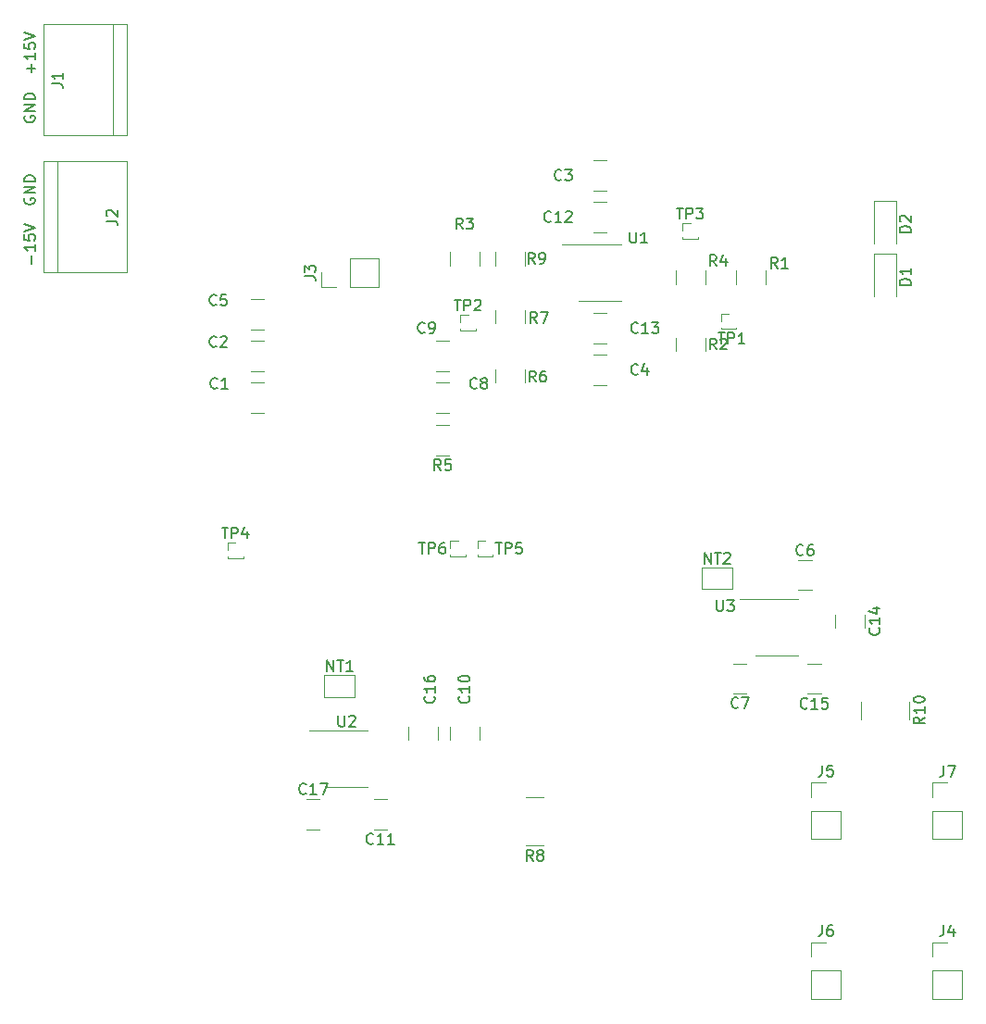
<source format=gto>
%TF.GenerationSoftware,KiCad,Pcbnew,(5.1.6)-1*%
%TF.CreationDate,2021-04-21T19:08:55-07:00*%
%TF.ProjectId,oscillator,6f736369-6c6c-4617-946f-722e6b696361,rev?*%
%TF.SameCoordinates,Original*%
%TF.FileFunction,Legend,Top*%
%TF.FilePolarity,Positive*%
%FSLAX46Y46*%
G04 Gerber Fmt 4.6, Leading zero omitted, Abs format (unit mm)*
G04 Created by KiCad (PCBNEW (5.1.6)-1) date 2021-04-21 19:08:55*
%MOMM*%
%LPD*%
G01*
G04 APERTURE LIST*
%ADD10C,0.150000*%
%ADD11C,0.120000*%
G04 APERTURE END LIST*
D10*
X2571428Y75738095D02*
X2571428Y76500000D01*
X2952380Y77500000D02*
X2952380Y76928571D01*
X2952380Y77214285D02*
X1952380Y77214285D01*
X2095238Y77119047D01*
X2190476Y77023809D01*
X2238095Y76928571D01*
X1952380Y78404761D02*
X1952380Y77928571D01*
X2428571Y77880952D01*
X2380952Y77928571D01*
X2333333Y78023809D01*
X2333333Y78261904D01*
X2380952Y78357142D01*
X2428571Y78404761D01*
X2523809Y78452380D01*
X2761904Y78452380D01*
X2857142Y78404761D01*
X2904761Y78357142D01*
X2952380Y78261904D01*
X2952380Y78023809D01*
X2904761Y77928571D01*
X2857142Y77880952D01*
X1952380Y78738095D02*
X2952380Y79071428D01*
X1952380Y79404761D01*
X2000000Y81738095D02*
X1952380Y81642857D01*
X1952380Y81500000D01*
X2000000Y81357142D01*
X2095238Y81261904D01*
X2190476Y81214285D01*
X2380952Y81166666D01*
X2523809Y81166666D01*
X2714285Y81214285D01*
X2809523Y81261904D01*
X2904761Y81357142D01*
X2952380Y81500000D01*
X2952380Y81595238D01*
X2904761Y81738095D01*
X2857142Y81785714D01*
X2523809Y81785714D01*
X2523809Y81595238D01*
X2952380Y82214285D02*
X1952380Y82214285D01*
X2952380Y82785714D01*
X1952380Y82785714D01*
X2952380Y83261904D02*
X1952380Y83261904D01*
X1952380Y83500000D01*
X2000000Y83642857D01*
X2095238Y83738095D01*
X2190476Y83785714D01*
X2380952Y83833333D01*
X2523809Y83833333D01*
X2714285Y83785714D01*
X2809523Y83738095D01*
X2904761Y83642857D01*
X2952380Y83500000D01*
X2952380Y83261904D01*
X2571428Y93238095D02*
X2571428Y94000000D01*
X2952380Y93619047D02*
X2190476Y93619047D01*
X2952380Y95000000D02*
X2952380Y94428571D01*
X2952380Y94714285D02*
X1952380Y94714285D01*
X2095238Y94619047D01*
X2190476Y94523809D01*
X2238095Y94428571D01*
X1952380Y95904761D02*
X1952380Y95428571D01*
X2428571Y95380952D01*
X2380952Y95428571D01*
X2333333Y95523809D01*
X2333333Y95761904D01*
X2380952Y95857142D01*
X2428571Y95904761D01*
X2523809Y95952380D01*
X2761904Y95952380D01*
X2857142Y95904761D01*
X2904761Y95857142D01*
X2952380Y95761904D01*
X2952380Y95523809D01*
X2904761Y95428571D01*
X2857142Y95380952D01*
X1952380Y96238095D02*
X2952380Y96571428D01*
X1952380Y96904761D01*
X2000000Y89238095D02*
X1952380Y89142857D01*
X1952380Y89000000D01*
X2000000Y88857142D01*
X2095238Y88761904D01*
X2190476Y88714285D01*
X2380952Y88666666D01*
X2523809Y88666666D01*
X2714285Y88714285D01*
X2809523Y88761904D01*
X2904761Y88857142D01*
X2952380Y89000000D01*
X2952380Y89095238D01*
X2904761Y89238095D01*
X2857142Y89285714D01*
X2523809Y89285714D01*
X2523809Y89095238D01*
X2952380Y89714285D02*
X1952380Y89714285D01*
X2952380Y90285714D01*
X1952380Y90285714D01*
X2952380Y90761904D02*
X1952380Y90761904D01*
X1952380Y91000000D01*
X2000000Y91142857D01*
X2095238Y91238095D01*
X2190476Y91285714D01*
X2380952Y91333333D01*
X2523809Y91333333D01*
X2714285Y91285714D01*
X2809523Y91238095D01*
X2904761Y91142857D01*
X2952380Y91000000D01*
X2952380Y90761904D01*
D11*
%TO.C,C1*%
X22675436Y64860000D02*
X23879564Y64860000D01*
X22675436Y62140000D02*
X23879564Y62140000D01*
%TO.C,C2*%
X22675436Y65950000D02*
X23879564Y65950000D01*
X22675436Y68670000D02*
X23879564Y68670000D01*
%TO.C,C3*%
X55212064Y82460000D02*
X54007936Y82460000D01*
X55212064Y85180000D02*
X54007936Y85180000D01*
%TO.C,C4*%
X55212064Y64680000D02*
X54007936Y64680000D01*
X55212064Y67400000D02*
X54007936Y67400000D01*
%TO.C,C5*%
X22675436Y72480000D02*
X23879564Y72480000D01*
X22675436Y69760000D02*
X23879564Y69760000D01*
%TO.C,C6*%
X73944564Y48667500D02*
X72740436Y48667500D01*
X73944564Y45947500D02*
X72740436Y45947500D01*
%TO.C,C7*%
X66807936Y36422500D02*
X68012064Y36422500D01*
X66807936Y39142500D02*
X68012064Y39142500D01*
%TO.C,C8*%
X40824564Y64860000D02*
X39620436Y64860000D01*
X40824564Y62140000D02*
X39620436Y62140000D01*
%TO.C,C9*%
X40824564Y65950000D02*
X39620436Y65950000D01*
X40824564Y68670000D02*
X39620436Y68670000D01*
%TO.C,C10*%
X40867500Y32200436D02*
X40867500Y33404564D01*
X43587500Y32200436D02*
X43587500Y33404564D01*
%TO.C,C11*%
X35109564Y24040000D02*
X33905436Y24040000D01*
X35109564Y26760000D02*
X33905436Y26760000D01*
%TO.C,C12*%
X55212064Y78650000D02*
X54007936Y78650000D01*
X55212064Y81370000D02*
X54007936Y81370000D01*
%TO.C,C13*%
X55212064Y68490000D02*
X54007936Y68490000D01*
X55212064Y71210000D02*
X54007936Y71210000D01*
%TO.C,C14*%
X76110000Y43682064D02*
X76110000Y42477936D01*
X78830000Y43682064D02*
X78830000Y42477936D01*
%TO.C,C15*%
X74797064Y39142500D02*
X73592936Y39142500D01*
X74797064Y36422500D02*
X73592936Y36422500D01*
%TO.C,C16*%
X39777500Y32200436D02*
X39777500Y33404564D01*
X37057500Y32200436D02*
X37057500Y33404564D01*
%TO.C,C17*%
X27755436Y24040000D02*
X28959564Y24040000D01*
X27755436Y26760000D02*
X28959564Y26760000D01*
%TO.C,D1*%
X81645000Y76622000D02*
X81645000Y72772000D01*
X79645000Y76622000D02*
X79645000Y72772000D01*
X81645000Y76622000D02*
X79645000Y76622000D01*
%TO.C,D2*%
X81645000Y81448000D02*
X79645000Y81448000D01*
X79645000Y81448000D02*
X79645000Y77598000D01*
X81645000Y81448000D02*
X81645000Y77598000D01*
%TO.C,J1*%
X11310000Y87460000D02*
X11310000Y97620000D01*
X3690000Y87460000D02*
X11310000Y87460000D01*
X3690000Y97620000D02*
X3690000Y87460000D01*
X11310000Y97620000D02*
X3690000Y97620000D01*
X10040000Y97620000D02*
X10040000Y87460000D01*
%TO.C,J2*%
X4960000Y74960000D02*
X4960000Y85120000D01*
X3690000Y74960000D02*
X11310000Y74960000D01*
X11310000Y74960000D02*
X11310000Y85120000D01*
X11310000Y85120000D02*
X3690000Y85120000D01*
X3690000Y85120000D02*
X3690000Y74960000D01*
%TO.C,J3*%
X29150000Y73600000D02*
X29150000Y74930000D01*
X30480000Y73600000D02*
X29150000Y73600000D01*
X31750000Y73600000D02*
X31750000Y76260000D01*
X31750000Y76260000D02*
X34350000Y76260000D01*
X31750000Y73600000D02*
X34350000Y73600000D01*
X34350000Y73600000D02*
X34350000Y76260000D01*
%TO.C,J4*%
X85030000Y8512500D02*
X87690000Y8512500D01*
X85030000Y11112500D02*
X85030000Y8512500D01*
X87690000Y11112500D02*
X87690000Y8512500D01*
X85030000Y11112500D02*
X87690000Y11112500D01*
X85030000Y12382500D02*
X85030000Y13712500D01*
X85030000Y13712500D02*
X86360000Y13712500D01*
%TO.C,J5*%
X73917500Y28317500D02*
X75247500Y28317500D01*
X73917500Y26987500D02*
X73917500Y28317500D01*
X73917500Y25717500D02*
X76577500Y25717500D01*
X76577500Y25717500D02*
X76577500Y23117500D01*
X73917500Y25717500D02*
X73917500Y23117500D01*
X73917500Y23117500D02*
X76577500Y23117500D01*
%TO.C,J6*%
X73917500Y8512500D02*
X76577500Y8512500D01*
X73917500Y11112500D02*
X73917500Y8512500D01*
X76577500Y11112500D02*
X76577500Y8512500D01*
X73917500Y11112500D02*
X76577500Y11112500D01*
X73917500Y12382500D02*
X73917500Y13712500D01*
X73917500Y13712500D02*
X75247500Y13712500D01*
%TO.C,J7*%
X85030000Y23117500D02*
X87690000Y23117500D01*
X85030000Y25717500D02*
X85030000Y23117500D01*
X87690000Y25717500D02*
X87690000Y23117500D01*
X85030000Y25717500D02*
X87690000Y25717500D01*
X85030000Y26987500D02*
X85030000Y28317500D01*
X85030000Y28317500D02*
X86360000Y28317500D01*
%TO.C,R1*%
X69760000Y73910436D02*
X69760000Y75114564D01*
X67040000Y73910436D02*
X67040000Y75114564D01*
%TO.C,R2*%
X64225000Y68964564D02*
X64225000Y67760436D01*
X61505000Y68964564D02*
X61505000Y67760436D01*
%TO.C,R3*%
X43560000Y75597936D02*
X43560000Y76802064D01*
X40840000Y75597936D02*
X40840000Y76802064D01*
%TO.C,R4*%
X61505000Y75114564D02*
X61505000Y73910436D01*
X64225000Y75114564D02*
X64225000Y73910436D01*
%TO.C,R5*%
X40814564Y58240000D02*
X39610436Y58240000D01*
X40814564Y60960000D02*
X39610436Y60960000D01*
%TO.C,R6*%
X47715000Y66107064D02*
X47715000Y64902936D01*
X44995000Y66107064D02*
X44995000Y64902936D01*
%TO.C,R7*%
X44995000Y71504564D02*
X44995000Y70300436D01*
X47715000Y71504564D02*
X47715000Y70300436D01*
%TO.C,R8*%
X49434869Y26975000D02*
X47840131Y26975000D01*
X49434869Y22555000D02*
X47840131Y22555000D01*
%TO.C,R9*%
X47715000Y76802064D02*
X47715000Y75597936D01*
X44995000Y76802064D02*
X44995000Y75597936D01*
%TO.C,R10*%
X78435000Y34067631D02*
X78435000Y35662369D01*
X82855000Y34067631D02*
X82855000Y35662369D01*
%TO.C,U1*%
X54610000Y72370000D02*
X56560000Y72370000D01*
X54610000Y72370000D02*
X52660000Y72370000D01*
X54610000Y77490000D02*
X56560000Y77490000D01*
X54610000Y77490000D02*
X51160000Y77490000D01*
%TO.C,U2*%
X31432500Y33040000D02*
X27982500Y33040000D01*
X31432500Y33040000D02*
X33382500Y33040000D01*
X31432500Y27920000D02*
X29482500Y27920000D01*
X31432500Y27920000D02*
X33382500Y27920000D01*
%TO.C,U3*%
X70800000Y39940000D02*
X72750000Y39940000D01*
X70800000Y39940000D02*
X68850000Y39940000D01*
X70800000Y45060000D02*
X72750000Y45060000D01*
X70800000Y45060000D02*
X67350000Y45060000D01*
%TO.C,NT1*%
X29397500Y36147500D02*
X29397500Y38147500D01*
X32197500Y36147500D02*
X29397500Y36147500D01*
X32197500Y38147500D02*
X32197500Y36147500D01*
X29397500Y38147500D02*
X32197500Y38147500D01*
%TO.C,NT2*%
X63915000Y47990000D02*
X66715000Y47990000D01*
X66715000Y47990000D02*
X66715000Y45990000D01*
X66715000Y45990000D02*
X63915000Y45990000D01*
X63915000Y45990000D02*
X63915000Y47990000D01*
%TO.C,TP1*%
X65662500Y69800000D02*
X67052500Y69800000D01*
X65662500Y69800000D02*
X65662500Y69925000D01*
X67052500Y69800000D02*
X67052500Y69925000D01*
X65662500Y69800000D02*
X65749224Y69800000D01*
X66965776Y69800000D02*
X67052500Y69800000D01*
X65662500Y70485000D02*
X65662500Y71170000D01*
X65662500Y71170000D02*
X66357500Y71170000D01*
%TO.C,TP2*%
X41850000Y71043000D02*
X42545000Y71043000D01*
X41850000Y70358000D02*
X41850000Y71043000D01*
X43153276Y69673000D02*
X43240000Y69673000D01*
X41850000Y69673000D02*
X41936724Y69673000D01*
X43240000Y69673000D02*
X43240000Y69798000D01*
X41850000Y69673000D02*
X41850000Y69798000D01*
X41850000Y69673000D02*
X43240000Y69673000D01*
%TO.C,TP3*%
X62170000Y79425000D02*
X62865000Y79425000D01*
X62170000Y78740000D02*
X62170000Y79425000D01*
X63473276Y78055000D02*
X63560000Y78055000D01*
X62170000Y78055000D02*
X62256724Y78055000D01*
X63560000Y78055000D02*
X63560000Y78180000D01*
X62170000Y78055000D02*
X62170000Y78180000D01*
X62170000Y78055000D02*
X63560000Y78055000D01*
%TO.C,TP4*%
X20577500Y48845000D02*
X21967500Y48845000D01*
X20577500Y48845000D02*
X20577500Y48970000D01*
X21967500Y48845000D02*
X21967500Y48970000D01*
X20577500Y48845000D02*
X20664224Y48845000D01*
X21880776Y48845000D02*
X21967500Y48845000D01*
X20577500Y49530000D02*
X20577500Y50215000D01*
X20577500Y50215000D02*
X21272500Y50215000D01*
%TO.C,TP5*%
X43405000Y49015000D02*
X44795000Y49015000D01*
X43405000Y49015000D02*
X43405000Y49140000D01*
X44795000Y49015000D02*
X44795000Y49140000D01*
X43405000Y49015000D02*
X43491724Y49015000D01*
X44708276Y49015000D02*
X44795000Y49015000D01*
X43405000Y49700000D02*
X43405000Y50385000D01*
X43405000Y50385000D02*
X44100000Y50385000D01*
%TO.C,TP6*%
X40905000Y50385000D02*
X41600000Y50385000D01*
X40905000Y49700000D02*
X40905000Y50385000D01*
X42208276Y49015000D02*
X42295000Y49015000D01*
X40905000Y49015000D02*
X40991724Y49015000D01*
X42295000Y49015000D02*
X42295000Y49140000D01*
X40905000Y49015000D02*
X40905000Y49140000D01*
X40905000Y49015000D02*
X42295000Y49015000D01*
%TO.C,C1*%
D10*
X19598333Y64412857D02*
X19550714Y64365238D01*
X19407857Y64317619D01*
X19312619Y64317619D01*
X19169761Y64365238D01*
X19074523Y64460476D01*
X19026904Y64555714D01*
X18979285Y64746190D01*
X18979285Y64889047D01*
X19026904Y65079523D01*
X19074523Y65174761D01*
X19169761Y65270000D01*
X19312619Y65317619D01*
X19407857Y65317619D01*
X19550714Y65270000D01*
X19598333Y65222380D01*
X20550714Y64317619D02*
X19979285Y64317619D01*
X20265000Y64317619D02*
X20265000Y65317619D01*
X20169761Y65174761D01*
X20074523Y65079523D01*
X19979285Y65031904D01*
%TO.C,C2*%
X19518333Y68222857D02*
X19470714Y68175238D01*
X19327857Y68127619D01*
X19232619Y68127619D01*
X19089761Y68175238D01*
X18994523Y68270476D01*
X18946904Y68365714D01*
X18899285Y68556190D01*
X18899285Y68699047D01*
X18946904Y68889523D01*
X18994523Y68984761D01*
X19089761Y69080000D01*
X19232619Y69127619D01*
X19327857Y69127619D01*
X19470714Y69080000D01*
X19518333Y69032380D01*
X19899285Y69032380D02*
X19946904Y69080000D01*
X20042142Y69127619D01*
X20280238Y69127619D01*
X20375476Y69080000D01*
X20423095Y69032380D01*
X20470714Y68937142D01*
X20470714Y68841904D01*
X20423095Y68699047D01*
X19851666Y68127619D01*
X20470714Y68127619D01*
%TO.C,C3*%
X51072023Y83462857D02*
X51024404Y83415238D01*
X50881547Y83367619D01*
X50786309Y83367619D01*
X50643452Y83415238D01*
X50548214Y83510476D01*
X50500595Y83605714D01*
X50452976Y83796190D01*
X50452976Y83939047D01*
X50500595Y84129523D01*
X50548214Y84224761D01*
X50643452Y84320000D01*
X50786309Y84367619D01*
X50881547Y84367619D01*
X51024404Y84320000D01*
X51072023Y84272380D01*
X51405357Y84367619D02*
X52024404Y84367619D01*
X51691071Y83986666D01*
X51833928Y83986666D01*
X51929166Y83939047D01*
X51976785Y83891428D01*
X52024404Y83796190D01*
X52024404Y83558095D01*
X51976785Y83462857D01*
X51929166Y83415238D01*
X51833928Y83367619D01*
X51548214Y83367619D01*
X51452976Y83415238D01*
X51405357Y83462857D01*
%TO.C,C4*%
X58057023Y65682857D02*
X58009404Y65635238D01*
X57866547Y65587619D01*
X57771309Y65587619D01*
X57628452Y65635238D01*
X57533214Y65730476D01*
X57485595Y65825714D01*
X57437976Y66016190D01*
X57437976Y66159047D01*
X57485595Y66349523D01*
X57533214Y66444761D01*
X57628452Y66540000D01*
X57771309Y66587619D01*
X57866547Y66587619D01*
X58009404Y66540000D01*
X58057023Y66492380D01*
X58914166Y66254285D02*
X58914166Y65587619D01*
X58676071Y66635238D02*
X58437976Y65920952D01*
X59057023Y65920952D01*
%TO.C,C5*%
X19518333Y72032857D02*
X19470714Y71985238D01*
X19327857Y71937619D01*
X19232619Y71937619D01*
X19089761Y71985238D01*
X18994523Y72080476D01*
X18946904Y72175714D01*
X18899285Y72366190D01*
X18899285Y72509047D01*
X18946904Y72699523D01*
X18994523Y72794761D01*
X19089761Y72890000D01*
X19232619Y72937619D01*
X19327857Y72937619D01*
X19470714Y72890000D01*
X19518333Y72842380D01*
X20423095Y72937619D02*
X19946904Y72937619D01*
X19899285Y72461428D01*
X19946904Y72509047D01*
X20042142Y72556666D01*
X20280238Y72556666D01*
X20375476Y72509047D01*
X20423095Y72461428D01*
X20470714Y72366190D01*
X20470714Y72128095D01*
X20423095Y72032857D01*
X20375476Y71985238D01*
X20280238Y71937619D01*
X20042142Y71937619D01*
X19946904Y71985238D01*
X19899285Y72032857D01*
%TO.C,C6*%
X73175833Y49172857D02*
X73128214Y49125238D01*
X72985357Y49077619D01*
X72890119Y49077619D01*
X72747261Y49125238D01*
X72652023Y49220476D01*
X72604404Y49315714D01*
X72556785Y49506190D01*
X72556785Y49649047D01*
X72604404Y49839523D01*
X72652023Y49934761D01*
X72747261Y50030000D01*
X72890119Y50077619D01*
X72985357Y50077619D01*
X73128214Y50030000D01*
X73175833Y49982380D01*
X74032976Y50077619D02*
X73842500Y50077619D01*
X73747261Y50030000D01*
X73699642Y49982380D01*
X73604404Y49839523D01*
X73556785Y49649047D01*
X73556785Y49268095D01*
X73604404Y49172857D01*
X73652023Y49125238D01*
X73747261Y49077619D01*
X73937738Y49077619D01*
X74032976Y49125238D01*
X74080595Y49172857D01*
X74128214Y49268095D01*
X74128214Y49506190D01*
X74080595Y49601428D01*
X74032976Y49649047D01*
X73937738Y49696666D01*
X73747261Y49696666D01*
X73652023Y49649047D01*
X73604404Y49601428D01*
X73556785Y49506190D01*
%TO.C,C7*%
X67243333Y35202857D02*
X67195714Y35155238D01*
X67052857Y35107619D01*
X66957619Y35107619D01*
X66814761Y35155238D01*
X66719523Y35250476D01*
X66671904Y35345714D01*
X66624285Y35536190D01*
X66624285Y35679047D01*
X66671904Y35869523D01*
X66719523Y35964761D01*
X66814761Y36060000D01*
X66957619Y36107619D01*
X67052857Y36107619D01*
X67195714Y36060000D01*
X67243333Y36012380D01*
X67576666Y36107619D02*
X68243333Y36107619D01*
X67814761Y35107619D01*
%TO.C,C8*%
X43330833Y64412857D02*
X43283214Y64365238D01*
X43140357Y64317619D01*
X43045119Y64317619D01*
X42902261Y64365238D01*
X42807023Y64460476D01*
X42759404Y64555714D01*
X42711785Y64746190D01*
X42711785Y64889047D01*
X42759404Y65079523D01*
X42807023Y65174761D01*
X42902261Y65270000D01*
X43045119Y65317619D01*
X43140357Y65317619D01*
X43283214Y65270000D01*
X43330833Y65222380D01*
X43902261Y64889047D02*
X43807023Y64936666D01*
X43759404Y64984285D01*
X43711785Y65079523D01*
X43711785Y65127142D01*
X43759404Y65222380D01*
X43807023Y65270000D01*
X43902261Y65317619D01*
X44092738Y65317619D01*
X44187976Y65270000D01*
X44235595Y65222380D01*
X44283214Y65127142D01*
X44283214Y65079523D01*
X44235595Y64984285D01*
X44187976Y64936666D01*
X44092738Y64889047D01*
X43902261Y64889047D01*
X43807023Y64841428D01*
X43759404Y64793809D01*
X43711785Y64698571D01*
X43711785Y64508095D01*
X43759404Y64412857D01*
X43807023Y64365238D01*
X43902261Y64317619D01*
X44092738Y64317619D01*
X44187976Y64365238D01*
X44235595Y64412857D01*
X44283214Y64508095D01*
X44283214Y64698571D01*
X44235595Y64793809D01*
X44187976Y64841428D01*
X44092738Y64889047D01*
%TO.C,C9*%
X38568333Y69492857D02*
X38520714Y69445238D01*
X38377857Y69397619D01*
X38282619Y69397619D01*
X38139761Y69445238D01*
X38044523Y69540476D01*
X37996904Y69635714D01*
X37949285Y69826190D01*
X37949285Y69969047D01*
X37996904Y70159523D01*
X38044523Y70254761D01*
X38139761Y70350000D01*
X38282619Y70397619D01*
X38377857Y70397619D01*
X38520714Y70350000D01*
X38568333Y70302380D01*
X39044523Y69397619D02*
X39235000Y69397619D01*
X39330238Y69445238D01*
X39377857Y69492857D01*
X39473095Y69635714D01*
X39520714Y69826190D01*
X39520714Y70207142D01*
X39473095Y70302380D01*
X39425476Y70350000D01*
X39330238Y70397619D01*
X39139761Y70397619D01*
X39044523Y70350000D01*
X38996904Y70302380D01*
X38949285Y70207142D01*
X38949285Y69969047D01*
X38996904Y69873809D01*
X39044523Y69826190D01*
X39139761Y69778571D01*
X39330238Y69778571D01*
X39425476Y69826190D01*
X39473095Y69873809D01*
X39520714Y69969047D01*
%TO.C,C10*%
X42584642Y36187142D02*
X42632261Y36139523D01*
X42679880Y35996666D01*
X42679880Y35901428D01*
X42632261Y35758571D01*
X42537023Y35663333D01*
X42441785Y35615714D01*
X42251309Y35568095D01*
X42108452Y35568095D01*
X41917976Y35615714D01*
X41822738Y35663333D01*
X41727500Y35758571D01*
X41679880Y35901428D01*
X41679880Y35996666D01*
X41727500Y36139523D01*
X41775119Y36187142D01*
X42679880Y37139523D02*
X42679880Y36568095D01*
X42679880Y36853809D02*
X41679880Y36853809D01*
X41822738Y36758571D01*
X41917976Y36663333D01*
X41965595Y36568095D01*
X41679880Y37758571D02*
X41679880Y37853809D01*
X41727500Y37949047D01*
X41775119Y37996666D01*
X41870357Y38044285D01*
X42060833Y38091904D01*
X42298928Y38091904D01*
X42489404Y38044285D01*
X42584642Y37996666D01*
X42632261Y37949047D01*
X42679880Y37853809D01*
X42679880Y37758571D01*
X42632261Y37663333D01*
X42584642Y37615714D01*
X42489404Y37568095D01*
X42298928Y37520476D01*
X42060833Y37520476D01*
X41870357Y37568095D01*
X41775119Y37615714D01*
X41727500Y37663333D01*
X41679880Y37758571D01*
%TO.C,C11*%
X33864642Y22762857D02*
X33817023Y22715238D01*
X33674166Y22667619D01*
X33578928Y22667619D01*
X33436071Y22715238D01*
X33340833Y22810476D01*
X33293214Y22905714D01*
X33245595Y23096190D01*
X33245595Y23239047D01*
X33293214Y23429523D01*
X33340833Y23524761D01*
X33436071Y23620000D01*
X33578928Y23667619D01*
X33674166Y23667619D01*
X33817023Y23620000D01*
X33864642Y23572380D01*
X34817023Y22667619D02*
X34245595Y22667619D01*
X34531309Y22667619D02*
X34531309Y23667619D01*
X34436071Y23524761D01*
X34340833Y23429523D01*
X34245595Y23381904D01*
X35769404Y22667619D02*
X35197976Y22667619D01*
X35483690Y22667619D02*
X35483690Y23667619D01*
X35388452Y23524761D01*
X35293214Y23429523D01*
X35197976Y23381904D01*
%TO.C,C12*%
X50119523Y79652857D02*
X50071904Y79605238D01*
X49929047Y79557619D01*
X49833809Y79557619D01*
X49690952Y79605238D01*
X49595714Y79700476D01*
X49548095Y79795714D01*
X49500476Y79986190D01*
X49500476Y80129047D01*
X49548095Y80319523D01*
X49595714Y80414761D01*
X49690952Y80510000D01*
X49833809Y80557619D01*
X49929047Y80557619D01*
X50071904Y80510000D01*
X50119523Y80462380D01*
X51071904Y79557619D02*
X50500476Y79557619D01*
X50786190Y79557619D02*
X50786190Y80557619D01*
X50690952Y80414761D01*
X50595714Y80319523D01*
X50500476Y80271904D01*
X51452857Y80462380D02*
X51500476Y80510000D01*
X51595714Y80557619D01*
X51833809Y80557619D01*
X51929047Y80510000D01*
X51976666Y80462380D01*
X52024285Y80367142D01*
X52024285Y80271904D01*
X51976666Y80129047D01*
X51405238Y79557619D01*
X52024285Y79557619D01*
%TO.C,C13*%
X58057023Y69492857D02*
X58009404Y69445238D01*
X57866547Y69397619D01*
X57771309Y69397619D01*
X57628452Y69445238D01*
X57533214Y69540476D01*
X57485595Y69635714D01*
X57437976Y69826190D01*
X57437976Y69969047D01*
X57485595Y70159523D01*
X57533214Y70254761D01*
X57628452Y70350000D01*
X57771309Y70397619D01*
X57866547Y70397619D01*
X58009404Y70350000D01*
X58057023Y70302380D01*
X59009404Y69397619D02*
X58437976Y69397619D01*
X58723690Y69397619D02*
X58723690Y70397619D01*
X58628452Y70254761D01*
X58533214Y70159523D01*
X58437976Y70111904D01*
X59342738Y70397619D02*
X59961785Y70397619D01*
X59628452Y70016666D01*
X59771309Y70016666D01*
X59866547Y69969047D01*
X59914166Y69921428D01*
X59961785Y69826190D01*
X59961785Y69588095D01*
X59914166Y69492857D01*
X59866547Y69445238D01*
X59771309Y69397619D01*
X59485595Y69397619D01*
X59390357Y69445238D01*
X59342738Y69492857D01*
%TO.C,C14*%
X80107142Y42437142D02*
X80154761Y42389523D01*
X80202380Y42246666D01*
X80202380Y42151428D01*
X80154761Y42008571D01*
X80059523Y41913333D01*
X79964285Y41865714D01*
X79773809Y41818095D01*
X79630952Y41818095D01*
X79440476Y41865714D01*
X79345238Y41913333D01*
X79250000Y42008571D01*
X79202380Y42151428D01*
X79202380Y42246666D01*
X79250000Y42389523D01*
X79297619Y42437142D01*
X80202380Y43389523D02*
X80202380Y42818095D01*
X80202380Y43103809D02*
X79202380Y43103809D01*
X79345238Y43008571D01*
X79440476Y42913333D01*
X79488095Y42818095D01*
X79535714Y44246666D02*
X80202380Y44246666D01*
X79154761Y44008571D02*
X79869047Y43770476D01*
X79869047Y44389523D01*
%TO.C,C15*%
X73552142Y35145357D02*
X73504523Y35097738D01*
X73361666Y35050119D01*
X73266428Y35050119D01*
X73123571Y35097738D01*
X73028333Y35192976D01*
X72980714Y35288214D01*
X72933095Y35478690D01*
X72933095Y35621547D01*
X72980714Y35812023D01*
X73028333Y35907261D01*
X73123571Y36002500D01*
X73266428Y36050119D01*
X73361666Y36050119D01*
X73504523Y36002500D01*
X73552142Y35954880D01*
X74504523Y35050119D02*
X73933095Y35050119D01*
X74218809Y35050119D02*
X74218809Y36050119D01*
X74123571Y35907261D01*
X74028333Y35812023D01*
X73933095Y35764404D01*
X75409285Y36050119D02*
X74933095Y36050119D01*
X74885476Y35573928D01*
X74933095Y35621547D01*
X75028333Y35669166D01*
X75266428Y35669166D01*
X75361666Y35621547D01*
X75409285Y35573928D01*
X75456904Y35478690D01*
X75456904Y35240595D01*
X75409285Y35145357D01*
X75361666Y35097738D01*
X75266428Y35050119D01*
X75028333Y35050119D01*
X74933095Y35097738D01*
X74885476Y35145357D01*
%TO.C,C16*%
X39409642Y36187142D02*
X39457261Y36139523D01*
X39504880Y35996666D01*
X39504880Y35901428D01*
X39457261Y35758571D01*
X39362023Y35663333D01*
X39266785Y35615714D01*
X39076309Y35568095D01*
X38933452Y35568095D01*
X38742976Y35615714D01*
X38647738Y35663333D01*
X38552500Y35758571D01*
X38504880Y35901428D01*
X38504880Y35996666D01*
X38552500Y36139523D01*
X38600119Y36187142D01*
X39504880Y37139523D02*
X39504880Y36568095D01*
X39504880Y36853809D02*
X38504880Y36853809D01*
X38647738Y36758571D01*
X38742976Y36663333D01*
X38790595Y36568095D01*
X38504880Y37996666D02*
X38504880Y37806190D01*
X38552500Y37710952D01*
X38600119Y37663333D01*
X38742976Y37568095D01*
X38933452Y37520476D01*
X39314404Y37520476D01*
X39409642Y37568095D01*
X39457261Y37615714D01*
X39504880Y37710952D01*
X39504880Y37901428D01*
X39457261Y37996666D01*
X39409642Y38044285D01*
X39314404Y38091904D01*
X39076309Y38091904D01*
X38981071Y38044285D01*
X38933452Y37996666D01*
X38885833Y37901428D01*
X38885833Y37710952D01*
X38933452Y37615714D01*
X38981071Y37568095D01*
X39076309Y37520476D01*
%TO.C,C17*%
X27714642Y27322857D02*
X27667023Y27275238D01*
X27524166Y27227619D01*
X27428928Y27227619D01*
X27286071Y27275238D01*
X27190833Y27370476D01*
X27143214Y27465714D01*
X27095595Y27656190D01*
X27095595Y27799047D01*
X27143214Y27989523D01*
X27190833Y28084761D01*
X27286071Y28180000D01*
X27428928Y28227619D01*
X27524166Y28227619D01*
X27667023Y28180000D01*
X27714642Y28132380D01*
X28667023Y27227619D02*
X28095595Y27227619D01*
X28381309Y27227619D02*
X28381309Y28227619D01*
X28286071Y28084761D01*
X28190833Y27989523D01*
X28095595Y27941904D01*
X29000357Y28227619D02*
X29667023Y28227619D01*
X29238452Y27227619D01*
%TO.C,D1*%
X83002380Y73810904D02*
X82002380Y73810904D01*
X82002380Y74049000D01*
X82050000Y74191857D01*
X82145238Y74287095D01*
X82240476Y74334714D01*
X82430952Y74382333D01*
X82573809Y74382333D01*
X82764285Y74334714D01*
X82859523Y74287095D01*
X82954761Y74191857D01*
X83002380Y74049000D01*
X83002380Y73810904D01*
X83002380Y75334714D02*
X83002380Y74763285D01*
X83002380Y75049000D02*
X82002380Y75049000D01*
X82145238Y74953761D01*
X82240476Y74858523D01*
X82288095Y74763285D01*
%TO.C,D2*%
X83002380Y78636904D02*
X82002380Y78636904D01*
X82002380Y78875000D01*
X82050000Y79017857D01*
X82145238Y79113095D01*
X82240476Y79160714D01*
X82430952Y79208333D01*
X82573809Y79208333D01*
X82764285Y79160714D01*
X82859523Y79113095D01*
X82954761Y79017857D01*
X83002380Y78875000D01*
X83002380Y78636904D01*
X82097619Y79589285D02*
X82050000Y79636904D01*
X82002380Y79732142D01*
X82002380Y79970238D01*
X82050000Y80065476D01*
X82097619Y80113095D01*
X82192857Y80160714D01*
X82288095Y80160714D01*
X82430952Y80113095D01*
X83002380Y79541666D01*
X83002380Y80160714D01*
%TO.C,J1*%
X4452380Y92206666D02*
X5166666Y92206666D01*
X5309523Y92159047D01*
X5404761Y92063809D01*
X5452380Y91920952D01*
X5452380Y91825714D01*
X5452380Y93206666D02*
X5452380Y92635238D01*
X5452380Y92920952D02*
X4452380Y92920952D01*
X4595238Y92825714D01*
X4690476Y92730476D01*
X4738095Y92635238D01*
%TO.C,J2*%
X9452380Y79666666D02*
X10166666Y79666666D01*
X10309523Y79619047D01*
X10404761Y79523809D01*
X10452380Y79380952D01*
X10452380Y79285714D01*
X9547619Y80095238D02*
X9500000Y80142857D01*
X9452380Y80238095D01*
X9452380Y80476190D01*
X9500000Y80571428D01*
X9547619Y80619047D01*
X9642857Y80666666D01*
X9738095Y80666666D01*
X9880952Y80619047D01*
X10452380Y80047619D01*
X10452380Y80666666D01*
%TO.C,J3*%
X27602380Y74596666D02*
X28316666Y74596666D01*
X28459523Y74549047D01*
X28554761Y74453809D01*
X28602380Y74310952D01*
X28602380Y74215714D01*
X27602380Y74977619D02*
X27602380Y75596666D01*
X27983333Y75263333D01*
X27983333Y75406190D01*
X28030952Y75501428D01*
X28078571Y75549047D01*
X28173809Y75596666D01*
X28411904Y75596666D01*
X28507142Y75549047D01*
X28554761Y75501428D01*
X28602380Y75406190D01*
X28602380Y75120476D01*
X28554761Y75025238D01*
X28507142Y74977619D01*
%TO.C,J4*%
X86026666Y15260119D02*
X86026666Y14545833D01*
X85979047Y14402976D01*
X85883809Y14307738D01*
X85740952Y14260119D01*
X85645714Y14260119D01*
X86931428Y14926785D02*
X86931428Y14260119D01*
X86693333Y15307738D02*
X86455238Y14593452D01*
X87074285Y14593452D01*
%TO.C,J5*%
X74914166Y29865119D02*
X74914166Y29150833D01*
X74866547Y29007976D01*
X74771309Y28912738D01*
X74628452Y28865119D01*
X74533214Y28865119D01*
X75866547Y29865119D02*
X75390357Y29865119D01*
X75342738Y29388928D01*
X75390357Y29436547D01*
X75485595Y29484166D01*
X75723690Y29484166D01*
X75818928Y29436547D01*
X75866547Y29388928D01*
X75914166Y29293690D01*
X75914166Y29055595D01*
X75866547Y28960357D01*
X75818928Y28912738D01*
X75723690Y28865119D01*
X75485595Y28865119D01*
X75390357Y28912738D01*
X75342738Y28960357D01*
%TO.C,J6*%
X74914166Y15260119D02*
X74914166Y14545833D01*
X74866547Y14402976D01*
X74771309Y14307738D01*
X74628452Y14260119D01*
X74533214Y14260119D01*
X75818928Y15260119D02*
X75628452Y15260119D01*
X75533214Y15212500D01*
X75485595Y15164880D01*
X75390357Y15022023D01*
X75342738Y14831547D01*
X75342738Y14450595D01*
X75390357Y14355357D01*
X75437976Y14307738D01*
X75533214Y14260119D01*
X75723690Y14260119D01*
X75818928Y14307738D01*
X75866547Y14355357D01*
X75914166Y14450595D01*
X75914166Y14688690D01*
X75866547Y14783928D01*
X75818928Y14831547D01*
X75723690Y14879166D01*
X75533214Y14879166D01*
X75437976Y14831547D01*
X75390357Y14783928D01*
X75342738Y14688690D01*
%TO.C,J7*%
X86026666Y29865119D02*
X86026666Y29150833D01*
X85979047Y29007976D01*
X85883809Y28912738D01*
X85740952Y28865119D01*
X85645714Y28865119D01*
X86407619Y29865119D02*
X87074285Y29865119D01*
X86645714Y28865119D01*
%TO.C,R1*%
X70833333Y75347619D02*
X70500000Y75823809D01*
X70261904Y75347619D02*
X70261904Y76347619D01*
X70642857Y76347619D01*
X70738095Y76300000D01*
X70785714Y76252380D01*
X70833333Y76157142D01*
X70833333Y76014285D01*
X70785714Y75919047D01*
X70738095Y75871428D01*
X70642857Y75823809D01*
X70261904Y75823809D01*
X71785714Y75347619D02*
X71214285Y75347619D01*
X71500000Y75347619D02*
X71500000Y76347619D01*
X71404761Y76204761D01*
X71309523Y76109523D01*
X71214285Y76061904D01*
%TO.C,R2*%
X65238333Y67910119D02*
X64905000Y68386309D01*
X64666904Y67910119D02*
X64666904Y68910119D01*
X65047857Y68910119D01*
X65143095Y68862500D01*
X65190714Y68814880D01*
X65238333Y68719642D01*
X65238333Y68576785D01*
X65190714Y68481547D01*
X65143095Y68433928D01*
X65047857Y68386309D01*
X64666904Y68386309D01*
X65619285Y68814880D02*
X65666904Y68862500D01*
X65762142Y68910119D01*
X66000238Y68910119D01*
X66095476Y68862500D01*
X66143095Y68814880D01*
X66190714Y68719642D01*
X66190714Y68624404D01*
X66143095Y68481547D01*
X65571666Y67910119D01*
X66190714Y67910119D01*
%TO.C,R3*%
X42033333Y78922619D02*
X41700000Y79398809D01*
X41461904Y78922619D02*
X41461904Y79922619D01*
X41842857Y79922619D01*
X41938095Y79875000D01*
X41985714Y79827380D01*
X42033333Y79732142D01*
X42033333Y79589285D01*
X41985714Y79494047D01*
X41938095Y79446428D01*
X41842857Y79398809D01*
X41461904Y79398809D01*
X42366666Y79922619D02*
X42985714Y79922619D01*
X42652380Y79541666D01*
X42795238Y79541666D01*
X42890476Y79494047D01*
X42938095Y79446428D01*
X42985714Y79351190D01*
X42985714Y79113095D01*
X42938095Y79017857D01*
X42890476Y78970238D01*
X42795238Y78922619D01*
X42509523Y78922619D01*
X42414285Y78970238D01*
X42366666Y79017857D01*
%TO.C,R4*%
X65238333Y75547619D02*
X64905000Y76023809D01*
X64666904Y75547619D02*
X64666904Y76547619D01*
X65047857Y76547619D01*
X65143095Y76500000D01*
X65190714Y76452380D01*
X65238333Y76357142D01*
X65238333Y76214285D01*
X65190714Y76119047D01*
X65143095Y76071428D01*
X65047857Y76023809D01*
X64666904Y76023809D01*
X66095476Y76214285D02*
X66095476Y75547619D01*
X65857380Y76595238D02*
X65619285Y75880952D01*
X66238333Y75880952D01*
%TO.C,R5*%
X40045833Y56867619D02*
X39712500Y57343809D01*
X39474404Y56867619D02*
X39474404Y57867619D01*
X39855357Y57867619D01*
X39950595Y57820000D01*
X39998214Y57772380D01*
X40045833Y57677142D01*
X40045833Y57534285D01*
X39998214Y57439047D01*
X39950595Y57391428D01*
X39855357Y57343809D01*
X39474404Y57343809D01*
X40950595Y57867619D02*
X40474404Y57867619D01*
X40426785Y57391428D01*
X40474404Y57439047D01*
X40569642Y57486666D01*
X40807738Y57486666D01*
X40902976Y57439047D01*
X40950595Y57391428D01*
X40998214Y57296190D01*
X40998214Y57058095D01*
X40950595Y56962857D01*
X40902976Y56915238D01*
X40807738Y56867619D01*
X40569642Y56867619D01*
X40474404Y56915238D01*
X40426785Y56962857D01*
%TO.C,R6*%
X48728333Y64952619D02*
X48395000Y65428809D01*
X48156904Y64952619D02*
X48156904Y65952619D01*
X48537857Y65952619D01*
X48633095Y65905000D01*
X48680714Y65857380D01*
X48728333Y65762142D01*
X48728333Y65619285D01*
X48680714Y65524047D01*
X48633095Y65476428D01*
X48537857Y65428809D01*
X48156904Y65428809D01*
X49585476Y65952619D02*
X49395000Y65952619D01*
X49299761Y65905000D01*
X49252142Y65857380D01*
X49156904Y65714523D01*
X49109285Y65524047D01*
X49109285Y65143095D01*
X49156904Y65047857D01*
X49204523Y65000238D01*
X49299761Y64952619D01*
X49490238Y64952619D01*
X49585476Y65000238D01*
X49633095Y65047857D01*
X49680714Y65143095D01*
X49680714Y65381190D01*
X49633095Y65476428D01*
X49585476Y65524047D01*
X49490238Y65571666D01*
X49299761Y65571666D01*
X49204523Y65524047D01*
X49156904Y65476428D01*
X49109285Y65381190D01*
%TO.C,R7*%
X48833333Y70347619D02*
X48500000Y70823809D01*
X48261904Y70347619D02*
X48261904Y71347619D01*
X48642857Y71347619D01*
X48738095Y71300000D01*
X48785714Y71252380D01*
X48833333Y71157142D01*
X48833333Y71014285D01*
X48785714Y70919047D01*
X48738095Y70871428D01*
X48642857Y70823809D01*
X48261904Y70823809D01*
X49166666Y71347619D02*
X49833333Y71347619D01*
X49404761Y70347619D01*
%TO.C,R8*%
X48470833Y21132619D02*
X48137500Y21608809D01*
X47899404Y21132619D02*
X47899404Y22132619D01*
X48280357Y22132619D01*
X48375595Y22085000D01*
X48423214Y22037380D01*
X48470833Y21942142D01*
X48470833Y21799285D01*
X48423214Y21704047D01*
X48375595Y21656428D01*
X48280357Y21608809D01*
X47899404Y21608809D01*
X49042261Y21704047D02*
X48947023Y21751666D01*
X48899404Y21799285D01*
X48851785Y21894523D01*
X48851785Y21942142D01*
X48899404Y22037380D01*
X48947023Y22085000D01*
X49042261Y22132619D01*
X49232738Y22132619D01*
X49327976Y22085000D01*
X49375595Y22037380D01*
X49423214Y21942142D01*
X49423214Y21894523D01*
X49375595Y21799285D01*
X49327976Y21751666D01*
X49232738Y21704047D01*
X49042261Y21704047D01*
X48947023Y21656428D01*
X48899404Y21608809D01*
X48851785Y21513571D01*
X48851785Y21323095D01*
X48899404Y21227857D01*
X48947023Y21180238D01*
X49042261Y21132619D01*
X49232738Y21132619D01*
X49327976Y21180238D01*
X49375595Y21227857D01*
X49423214Y21323095D01*
X49423214Y21513571D01*
X49375595Y21608809D01*
X49327976Y21656428D01*
X49232738Y21704047D01*
%TO.C,R9*%
X48633333Y75747619D02*
X48300000Y76223809D01*
X48061904Y75747619D02*
X48061904Y76747619D01*
X48442857Y76747619D01*
X48538095Y76700000D01*
X48585714Y76652380D01*
X48633333Y76557142D01*
X48633333Y76414285D01*
X48585714Y76319047D01*
X48538095Y76271428D01*
X48442857Y76223809D01*
X48061904Y76223809D01*
X49109523Y75747619D02*
X49300000Y75747619D01*
X49395238Y75795238D01*
X49442857Y75842857D01*
X49538095Y75985714D01*
X49585714Y76176190D01*
X49585714Y76557142D01*
X49538095Y76652380D01*
X49490476Y76700000D01*
X49395238Y76747619D01*
X49204761Y76747619D01*
X49109523Y76700000D01*
X49061904Y76652380D01*
X49014285Y76557142D01*
X49014285Y76319047D01*
X49061904Y76223809D01*
X49109523Y76176190D01*
X49204761Y76128571D01*
X49395238Y76128571D01*
X49490476Y76176190D01*
X49538095Y76223809D01*
X49585714Y76319047D01*
%TO.C,R10*%
X84272380Y34282142D02*
X83796190Y33948809D01*
X84272380Y33710714D02*
X83272380Y33710714D01*
X83272380Y34091666D01*
X83320000Y34186904D01*
X83367619Y34234523D01*
X83462857Y34282142D01*
X83605714Y34282142D01*
X83700952Y34234523D01*
X83748571Y34186904D01*
X83796190Y34091666D01*
X83796190Y33710714D01*
X84272380Y35234523D02*
X84272380Y34663095D01*
X84272380Y34948809D02*
X83272380Y34948809D01*
X83415238Y34853571D01*
X83510476Y34758333D01*
X83558095Y34663095D01*
X83272380Y35853571D02*
X83272380Y35948809D01*
X83320000Y36044047D01*
X83367619Y36091666D01*
X83462857Y36139285D01*
X83653333Y36186904D01*
X83891428Y36186904D01*
X84081904Y36139285D01*
X84177142Y36091666D01*
X84224761Y36044047D01*
X84272380Y35948809D01*
X84272380Y35853571D01*
X84224761Y35758333D01*
X84177142Y35710714D01*
X84081904Y35663095D01*
X83891428Y35615476D01*
X83653333Y35615476D01*
X83462857Y35663095D01*
X83367619Y35710714D01*
X83320000Y35758333D01*
X83272380Y35853571D01*
%TO.C,U1*%
X57340595Y78652619D02*
X57340595Y77843095D01*
X57388214Y77747857D01*
X57435833Y77700238D01*
X57531071Y77652619D01*
X57721547Y77652619D01*
X57816785Y77700238D01*
X57864404Y77747857D01*
X57912023Y77843095D01*
X57912023Y78652619D01*
X58912023Y77652619D02*
X58340595Y77652619D01*
X58626309Y77652619D02*
X58626309Y78652619D01*
X58531071Y78509761D01*
X58435833Y78414523D01*
X58340595Y78366904D01*
%TO.C,U2*%
X30670595Y34427619D02*
X30670595Y33618095D01*
X30718214Y33522857D01*
X30765833Y33475238D01*
X30861071Y33427619D01*
X31051547Y33427619D01*
X31146785Y33475238D01*
X31194404Y33522857D01*
X31242023Y33618095D01*
X31242023Y34427619D01*
X31670595Y34332380D02*
X31718214Y34380000D01*
X31813452Y34427619D01*
X32051547Y34427619D01*
X32146785Y34380000D01*
X32194404Y34332380D01*
X32242023Y34237142D01*
X32242023Y34141904D01*
X32194404Y33999047D01*
X31622976Y33427619D01*
X32242023Y33427619D01*
%TO.C,U3*%
X65278095Y44997619D02*
X65278095Y44188095D01*
X65325714Y44092857D01*
X65373333Y44045238D01*
X65468571Y43997619D01*
X65659047Y43997619D01*
X65754285Y44045238D01*
X65801904Y44092857D01*
X65849523Y44188095D01*
X65849523Y44997619D01*
X66230476Y44997619D02*
X66849523Y44997619D01*
X66516190Y44616666D01*
X66659047Y44616666D01*
X66754285Y44569047D01*
X66801904Y44521428D01*
X66849523Y44426190D01*
X66849523Y44188095D01*
X66801904Y44092857D01*
X66754285Y44045238D01*
X66659047Y43997619D01*
X66373333Y43997619D01*
X66278095Y44045238D01*
X66230476Y44092857D01*
%TO.C,NT1*%
X29654642Y38495119D02*
X29654642Y39495119D01*
X30226071Y38495119D01*
X30226071Y39495119D01*
X30559404Y39495119D02*
X31130833Y39495119D01*
X30845119Y38495119D02*
X30845119Y39495119D01*
X31987976Y38495119D02*
X31416547Y38495119D01*
X31702261Y38495119D02*
X31702261Y39495119D01*
X31607023Y39352261D01*
X31511785Y39257023D01*
X31416547Y39209404D01*
%TO.C,NT2*%
X64172142Y48337619D02*
X64172142Y49337619D01*
X64743571Y48337619D01*
X64743571Y49337619D01*
X65076904Y49337619D02*
X65648333Y49337619D01*
X65362619Y48337619D02*
X65362619Y49337619D01*
X65934047Y49242380D02*
X65981666Y49290000D01*
X66076904Y49337619D01*
X66315000Y49337619D01*
X66410238Y49290000D01*
X66457857Y49242380D01*
X66505476Y49147142D01*
X66505476Y49051904D01*
X66457857Y48909047D01*
X65886428Y48337619D01*
X66505476Y48337619D01*
%TO.C,TP1*%
X65413095Y69445119D02*
X65984523Y69445119D01*
X65698809Y68445119D02*
X65698809Y69445119D01*
X66317857Y68445119D02*
X66317857Y69445119D01*
X66698809Y69445119D01*
X66794047Y69397500D01*
X66841666Y69349880D01*
X66889285Y69254642D01*
X66889285Y69111785D01*
X66841666Y69016547D01*
X66794047Y68968928D01*
X66698809Y68921309D01*
X66317857Y68921309D01*
X67841666Y68445119D02*
X67270238Y68445119D01*
X67555952Y68445119D02*
X67555952Y69445119D01*
X67460714Y69302261D01*
X67365476Y69207023D01*
X67270238Y69159404D01*
%TO.C,TP2*%
X41283095Y72465619D02*
X41854523Y72465619D01*
X41568809Y71465619D02*
X41568809Y72465619D01*
X42187857Y71465619D02*
X42187857Y72465619D01*
X42568809Y72465619D01*
X42664047Y72418000D01*
X42711666Y72370380D01*
X42759285Y72275142D01*
X42759285Y72132285D01*
X42711666Y72037047D01*
X42664047Y71989428D01*
X42568809Y71941809D01*
X42187857Y71941809D01*
X43140238Y72370380D02*
X43187857Y72418000D01*
X43283095Y72465619D01*
X43521190Y72465619D01*
X43616428Y72418000D01*
X43664047Y72370380D01*
X43711666Y72275142D01*
X43711666Y72179904D01*
X43664047Y72037047D01*
X43092619Y71465619D01*
X43711666Y71465619D01*
%TO.C,TP3*%
X61603095Y80847619D02*
X62174523Y80847619D01*
X61888809Y79847619D02*
X61888809Y80847619D01*
X62507857Y79847619D02*
X62507857Y80847619D01*
X62888809Y80847619D01*
X62984047Y80800000D01*
X63031666Y80752380D01*
X63079285Y80657142D01*
X63079285Y80514285D01*
X63031666Y80419047D01*
X62984047Y80371428D01*
X62888809Y80323809D01*
X62507857Y80323809D01*
X63412619Y80847619D02*
X64031666Y80847619D01*
X63698333Y80466666D01*
X63841190Y80466666D01*
X63936428Y80419047D01*
X63984047Y80371428D01*
X64031666Y80276190D01*
X64031666Y80038095D01*
X63984047Y79942857D01*
X63936428Y79895238D01*
X63841190Y79847619D01*
X63555476Y79847619D01*
X63460238Y79895238D01*
X63412619Y79942857D01*
%TO.C,TP4*%
X20010595Y51637619D02*
X20582023Y51637619D01*
X20296309Y50637619D02*
X20296309Y51637619D01*
X20915357Y50637619D02*
X20915357Y51637619D01*
X21296309Y51637619D01*
X21391547Y51590000D01*
X21439166Y51542380D01*
X21486785Y51447142D01*
X21486785Y51304285D01*
X21439166Y51209047D01*
X21391547Y51161428D01*
X21296309Y51113809D01*
X20915357Y51113809D01*
X22343928Y51304285D02*
X22343928Y50637619D01*
X22105833Y51685238D02*
X21867738Y50970952D01*
X22486785Y50970952D01*
%TO.C,TP5*%
X45038095Y50247619D02*
X45609523Y50247619D01*
X45323809Y49247619D02*
X45323809Y50247619D01*
X45942857Y49247619D02*
X45942857Y50247619D01*
X46323809Y50247619D01*
X46419047Y50200000D01*
X46466666Y50152380D01*
X46514285Y50057142D01*
X46514285Y49914285D01*
X46466666Y49819047D01*
X46419047Y49771428D01*
X46323809Y49723809D01*
X45942857Y49723809D01*
X47419047Y50247619D02*
X46942857Y50247619D01*
X46895238Y49771428D01*
X46942857Y49819047D01*
X47038095Y49866666D01*
X47276190Y49866666D01*
X47371428Y49819047D01*
X47419047Y49771428D01*
X47466666Y49676190D01*
X47466666Y49438095D01*
X47419047Y49342857D01*
X47371428Y49295238D01*
X47276190Y49247619D01*
X47038095Y49247619D01*
X46942857Y49295238D01*
X46895238Y49342857D01*
%TO.C,TP6*%
X38038095Y50247619D02*
X38609523Y50247619D01*
X38323809Y49247619D02*
X38323809Y50247619D01*
X38942857Y49247619D02*
X38942857Y50247619D01*
X39323809Y50247619D01*
X39419047Y50200000D01*
X39466666Y50152380D01*
X39514285Y50057142D01*
X39514285Y49914285D01*
X39466666Y49819047D01*
X39419047Y49771428D01*
X39323809Y49723809D01*
X38942857Y49723809D01*
X40371428Y50247619D02*
X40180952Y50247619D01*
X40085714Y50200000D01*
X40038095Y50152380D01*
X39942857Y50009523D01*
X39895238Y49819047D01*
X39895238Y49438095D01*
X39942857Y49342857D01*
X39990476Y49295238D01*
X40085714Y49247619D01*
X40276190Y49247619D01*
X40371428Y49295238D01*
X40419047Y49342857D01*
X40466666Y49438095D01*
X40466666Y49676190D01*
X40419047Y49771428D01*
X40371428Y49819047D01*
X40276190Y49866666D01*
X40085714Y49866666D01*
X39990476Y49819047D01*
X39942857Y49771428D01*
X39895238Y49676190D01*
%TD*%
M02*

</source>
